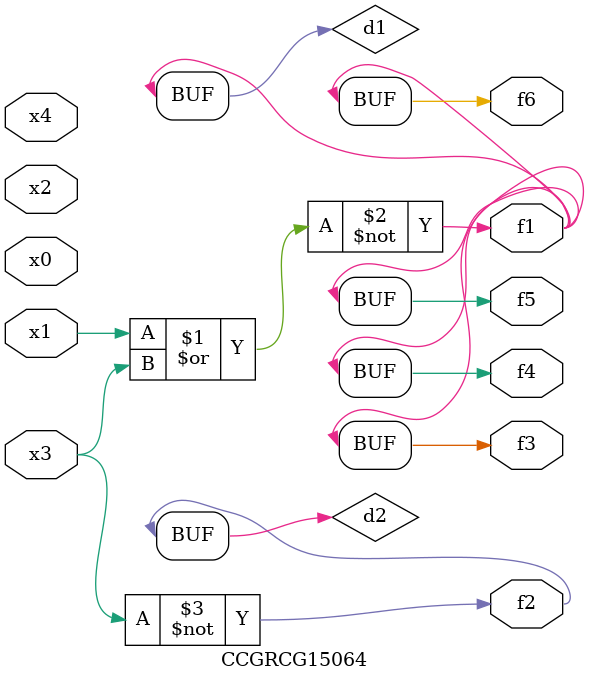
<source format=v>
module CCGRCG15064(
	input x0, x1, x2, x3, x4,
	output f1, f2, f3, f4, f5, f6
);

	wire d1, d2;

	nor (d1, x1, x3);
	not (d2, x3);
	assign f1 = d1;
	assign f2 = d2;
	assign f3 = d1;
	assign f4 = d1;
	assign f5 = d1;
	assign f6 = d1;
endmodule

</source>
